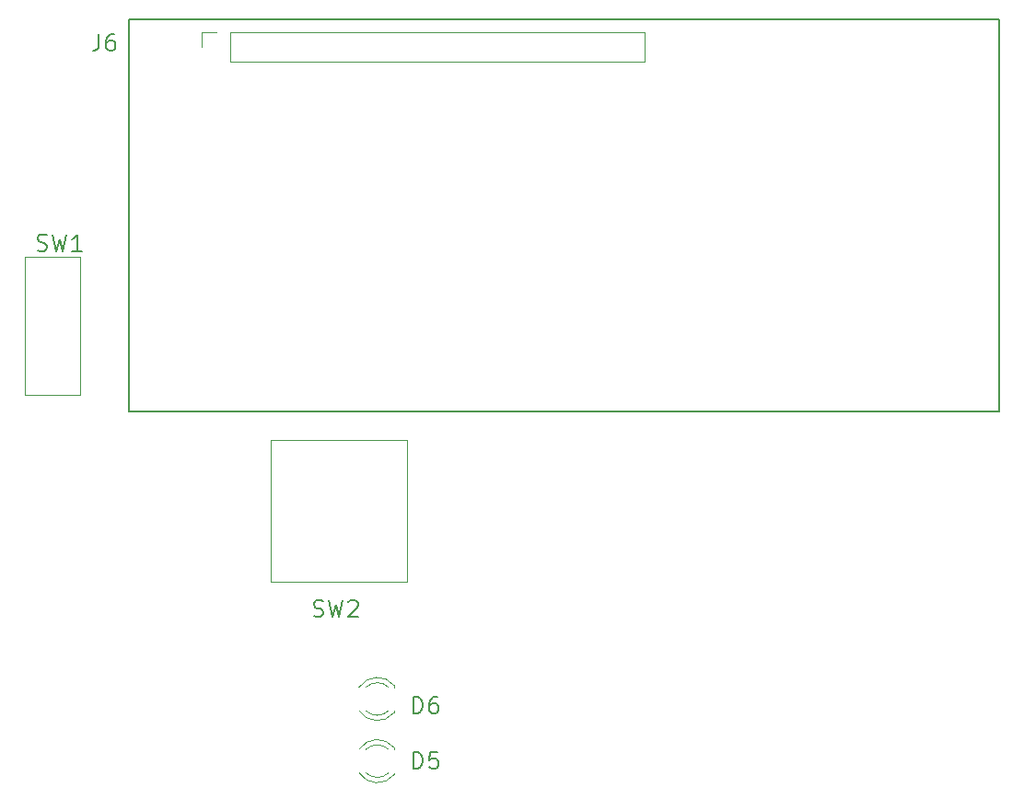
<source format=gbr>
%TF.GenerationSoftware,KiCad,Pcbnew,5.1.10-88a1d61d58~88~ubuntu18.04.1*%
%TF.CreationDate,2021-10-25T10:41:03-04:00*%
%TF.ProjectId,mctens,6d637465-6e73-42e6-9b69-6361645f7063,rev?*%
%TF.SameCoordinates,Original*%
%TF.FileFunction,Legend,Top*%
%TF.FilePolarity,Positive*%
%FSLAX46Y46*%
G04 Gerber Fmt 4.6, Leading zero omitted, Abs format (unit mm)*
G04 Created by KiCad (PCBNEW 5.1.10-88a1d61d58~88~ubuntu18.04.1) date 2021-10-25 10:41:03*
%MOMM*%
%LPD*%
G01*
G04 APERTURE LIST*
%ADD10C,0.150000*%
%ADD11C,0.120000*%
%ADD12C,0.203200*%
G04 APERTURE END LIST*
D10*
%TO.C,J6*%
X124500000Y-31495000D02*
X52500000Y-31495000D01*
X124500000Y-67495000D02*
X124500000Y-31495000D01*
X44500000Y-67495000D02*
X124500000Y-67495000D01*
X44500000Y-31495000D02*
X44500000Y-67495000D01*
X52500000Y-31495000D02*
X44500000Y-31495000D01*
D11*
X53770000Y-35325000D02*
X53770000Y-32665000D01*
X53770000Y-35325000D02*
X91930000Y-35325000D01*
X91930000Y-35325000D02*
X91930000Y-32665000D01*
X53770000Y-32665000D02*
X91930000Y-32665000D01*
X51170000Y-32665000D02*
X52500000Y-32665000D01*
X51170000Y-33995000D02*
X51170000Y-32665000D01*
%TO.C,SW1*%
X40005000Y-53340000D02*
X40005000Y-66040000D01*
X34925000Y-53340000D02*
X40005000Y-53340000D01*
X34925000Y-66040000D02*
X34925000Y-53340000D01*
X40005000Y-66040000D02*
X34925000Y-66040000D01*
%TO.C,SW2*%
X70015000Y-83160000D02*
X57515000Y-83160000D01*
X70015000Y-70160000D02*
X70015000Y-83160000D01*
X57515000Y-70160000D02*
X70015000Y-70160000D01*
X57515000Y-83160000D02*
X57515000Y-70160000D01*
%TO.C,D5*%
X68870000Y-98615000D02*
X68870000Y-98459000D01*
X68870000Y-100931000D02*
X68870000Y-100775000D01*
X65637665Y-100773608D02*
G75*
G03*
X68870000Y-100930516I1672335J1078608D01*
G01*
X65637665Y-98616392D02*
G75*
G02*
X68870000Y-98459484I1672335J-1078608D01*
G01*
X66268870Y-100774837D02*
G75*
G03*
X68350961Y-100775000I1041130J1079837D01*
G01*
X66268870Y-98615163D02*
G75*
G02*
X68350961Y-98615000I1041130J-1079837D01*
G01*
%TO.C,D6*%
X68870000Y-95216000D02*
X68870000Y-95060000D01*
X68870000Y-92900000D02*
X68870000Y-92744000D01*
X66268870Y-92900163D02*
G75*
G02*
X68350961Y-92900000I1041130J-1079837D01*
G01*
X66268870Y-95059837D02*
G75*
G03*
X68350961Y-95060000I1041130J1079837D01*
G01*
X65637665Y-92901392D02*
G75*
G02*
X68870000Y-92744484I1672335J-1078608D01*
G01*
X65637665Y-95058608D02*
G75*
G03*
X68870000Y-95215516I1672335J1078608D01*
G01*
%TO.C,J6*%
D12*
X41719500Y-32820428D02*
X41719500Y-33909000D01*
X41646928Y-34126714D01*
X41501785Y-34271857D01*
X41284071Y-34344428D01*
X41138928Y-34344428D01*
X43098357Y-32820428D02*
X42808071Y-32820428D01*
X42662928Y-32893000D01*
X42590357Y-32965571D01*
X42445214Y-33183285D01*
X42372642Y-33473571D01*
X42372642Y-34054142D01*
X42445214Y-34199285D01*
X42517785Y-34271857D01*
X42662928Y-34344428D01*
X42953214Y-34344428D01*
X43098357Y-34271857D01*
X43170928Y-34199285D01*
X43243500Y-34054142D01*
X43243500Y-33691285D01*
X43170928Y-33546142D01*
X43098357Y-33473571D01*
X42953214Y-33401000D01*
X42662928Y-33401000D01*
X42517785Y-33473571D01*
X42445214Y-33546142D01*
X42372642Y-33691285D01*
%TO.C,SW1*%
X36068000Y-52686857D02*
X36285714Y-52759428D01*
X36648571Y-52759428D01*
X36793714Y-52686857D01*
X36866285Y-52614285D01*
X36938857Y-52469142D01*
X36938857Y-52324000D01*
X36866285Y-52178857D01*
X36793714Y-52106285D01*
X36648571Y-52033714D01*
X36358285Y-51961142D01*
X36213142Y-51888571D01*
X36140571Y-51816000D01*
X36068000Y-51670857D01*
X36068000Y-51525714D01*
X36140571Y-51380571D01*
X36213142Y-51308000D01*
X36358285Y-51235428D01*
X36721142Y-51235428D01*
X36938857Y-51308000D01*
X37446857Y-51235428D02*
X37809714Y-52759428D01*
X38100000Y-51670857D01*
X38390285Y-52759428D01*
X38753142Y-51235428D01*
X40132000Y-52759428D02*
X39261142Y-52759428D01*
X39696571Y-52759428D02*
X39696571Y-51235428D01*
X39551428Y-51453142D01*
X39406285Y-51598285D01*
X39261142Y-51670857D01*
%TO.C,SW2*%
X61468000Y-86341857D02*
X61685714Y-86414428D01*
X62048571Y-86414428D01*
X62193714Y-86341857D01*
X62266285Y-86269285D01*
X62338857Y-86124142D01*
X62338857Y-85979000D01*
X62266285Y-85833857D01*
X62193714Y-85761285D01*
X62048571Y-85688714D01*
X61758285Y-85616142D01*
X61613142Y-85543571D01*
X61540571Y-85471000D01*
X61468000Y-85325857D01*
X61468000Y-85180714D01*
X61540571Y-85035571D01*
X61613142Y-84963000D01*
X61758285Y-84890428D01*
X62121142Y-84890428D01*
X62338857Y-84963000D01*
X62846857Y-84890428D02*
X63209714Y-86414428D01*
X63500000Y-85325857D01*
X63790285Y-86414428D01*
X64153142Y-84890428D01*
X64661142Y-85035571D02*
X64733714Y-84963000D01*
X64878857Y-84890428D01*
X65241714Y-84890428D01*
X65386857Y-84963000D01*
X65459428Y-85035571D01*
X65532000Y-85180714D01*
X65532000Y-85325857D01*
X65459428Y-85543571D01*
X64588571Y-86414428D01*
X65532000Y-86414428D01*
%TO.C,D5*%
X70630142Y-100384428D02*
X70630142Y-98860428D01*
X70993000Y-98860428D01*
X71210714Y-98933000D01*
X71355857Y-99078142D01*
X71428428Y-99223285D01*
X71501000Y-99513571D01*
X71501000Y-99731285D01*
X71428428Y-100021571D01*
X71355857Y-100166714D01*
X71210714Y-100311857D01*
X70993000Y-100384428D01*
X70630142Y-100384428D01*
X72879857Y-98860428D02*
X72154142Y-98860428D01*
X72081571Y-99586142D01*
X72154142Y-99513571D01*
X72299285Y-99441000D01*
X72662142Y-99441000D01*
X72807285Y-99513571D01*
X72879857Y-99586142D01*
X72952428Y-99731285D01*
X72952428Y-100094142D01*
X72879857Y-100239285D01*
X72807285Y-100311857D01*
X72662142Y-100384428D01*
X72299285Y-100384428D01*
X72154142Y-100311857D01*
X72081571Y-100239285D01*
%TO.C,D6*%
X70630142Y-95304428D02*
X70630142Y-93780428D01*
X70993000Y-93780428D01*
X71210714Y-93853000D01*
X71355857Y-93998142D01*
X71428428Y-94143285D01*
X71501000Y-94433571D01*
X71501000Y-94651285D01*
X71428428Y-94941571D01*
X71355857Y-95086714D01*
X71210714Y-95231857D01*
X70993000Y-95304428D01*
X70630142Y-95304428D01*
X72807285Y-93780428D02*
X72517000Y-93780428D01*
X72371857Y-93853000D01*
X72299285Y-93925571D01*
X72154142Y-94143285D01*
X72081571Y-94433571D01*
X72081571Y-95014142D01*
X72154142Y-95159285D01*
X72226714Y-95231857D01*
X72371857Y-95304428D01*
X72662142Y-95304428D01*
X72807285Y-95231857D01*
X72879857Y-95159285D01*
X72952428Y-95014142D01*
X72952428Y-94651285D01*
X72879857Y-94506142D01*
X72807285Y-94433571D01*
X72662142Y-94361000D01*
X72371857Y-94361000D01*
X72226714Y-94433571D01*
X72154142Y-94506142D01*
X72081571Y-94651285D01*
%TD*%
M02*

</source>
